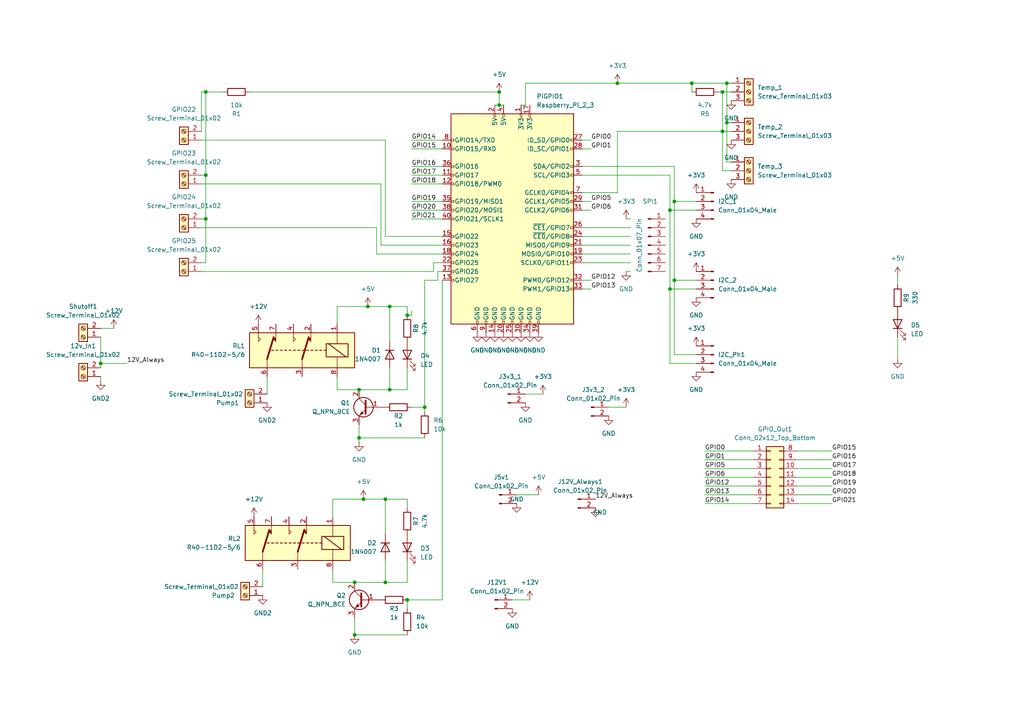
<source format=kicad_sch>
(kicad_sch (version 20230121) (generator eeschema)
  (paper "A4")
  (lib_symbols
    (symbol "+5V_1" (power) (pin_names (offset 0))
      (property "Value" "+5V_1" (at 0 3.556 0))
      (symbol "+5V_1_0_1"
        (polyline (pts (xy -0.762 1.27) (xy 0 2.54)))
        (polyline (pts (xy 0 0) (xy 0 2.54)))
        (polyline (pts (xy 0 2.54) (xy 0.762 1.27)))
      )
      (symbol "+5V_1_1_1"
        (pin power_in line (at 0 0 90) (length 0) hide (name "+5V") (number "1"))
      )
    )
    (symbol "+5V_2" (power) (pin_names (offset 0))
      (property "Value" "+5V_2" (at 0 3.556 0))
      (symbol "+5V_2_0_1"
        (polyline (pts (xy -0.762 1.27) (xy 0 2.54)))
        (polyline (pts (xy 0 0) (xy 0 2.54)))
        (polyline (pts (xy 0 2.54) (xy 0.762 1.27)))
      )
      (symbol "+5V_2_1_1"
        (pin power_in line (at 0 0 90) (length 0) hide (name "+5V") (number "1"))
      )
    )
    (symbol "Connector:Conn_01x02_Pin" (pin_names (offset 1.016) hide)
      (property "Reference" "J" (at 0 2.54 0))
      (property "Value" "Conn_01x02_Pin" (at 0 -5.08 0))
      (symbol "Conn_01x02_Pin_1_1"
        (polyline (pts (xy 1.27 -2.54) (xy 0.8636 -2.54)) (stroke (width 0.1524)))
        (polyline (pts (xy 1.27 0) (xy 0.8636 0)) (stroke (width 0.1524)))
        (rectangle (start 0.8636 -2.413) (end 0 -2.667) (stroke (width 0.1524)) (fill (type outline)))
        (rectangle (start 0.8636 0.127) (end 0 -0.127) (stroke (width 0.1524)) (fill (type outline)))
        (pin passive line (at 5.08 0 180) (length 3.81) (name "Pin_1") (number "1"))
        (pin passive line (at 5.08 -2.54 180) (length 3.81) (name "Pin_2") (number "2"))
      )
    )
    (symbol "Connector:Conn_01x04_Male" (pin_names (offset 1.016) hide)
      (property "Reference" "J" (at 0 5.08 0))
      (property "Value" "Conn_01x04_Male" (at 0 -7.62 0))
      (symbol "Conn_01x04_Male_1_1"
        (polyline (pts (xy 1.27 -5.08) (xy 0.8636 -5.08)) (stroke (width 0.1524)))
        (polyline (pts (xy 1.27 -2.54) (xy 0.8636 -2.54)) (stroke (width 0.1524)))
        (polyline (pts (xy 1.27 0) (xy 0.8636 0)) (stroke (width 0.1524)))
        (polyline (pts (xy 1.27 2.54) (xy 0.8636 2.54)) (stroke (width 0.1524)))
        (rectangle (start 0.8636 -4.953) (end 0 -5.207) (stroke (width 0.1524)) (fill (type outline)))
        (rectangle (start 0.8636 -2.413) (end 0 -2.667) (stroke (width 0.1524)) (fill (type outline)))
        (rectangle (start 0.8636 0.127) (end 0 -0.127) (stroke (width 0.1524)) (fill (type outline)))
        (rectangle (start 0.8636 2.667) (end 0 2.413) (stroke (width 0.1524)) (fill (type outline)))
        (pin passive line (at 5.08 2.54 180) (length 3.81) (name "Pin_1") (number "1"))
        (pin passive line (at 5.08 0 180) (length 3.81) (name "Pin_2") (number "2"))
        (pin passive line (at 5.08 -2.54 180) (length 3.81) (name "Pin_3") (number "3"))
        (pin passive line (at 5.08 -5.08 180) (length 3.81) (name "Pin_4") (number "4"))
      )
    )
    (symbol "Connector:Conn_01x07_Pin" (pin_names (offset 1.016) hide)
      (property "Reference" "J" (at 0 10.16 0))
      (property "Value" "Conn_01x07_Pin" (at 0 -10.16 0))
      (symbol "Conn_01x07_Pin_1_1"
        (polyline (pts (xy 1.27 -7.62) (xy 0.8636 -7.62)) (stroke (width 0.1524)))
        (polyline (pts (xy 1.27 -5.08) (xy 0.8636 -5.08)) (stroke (width 0.1524)))
        (polyline (pts (xy 1.27 -2.54) (xy 0.8636 -2.54)) (stroke (width 0.1524)))
        (polyline (pts (xy 1.27 0) (xy 0.8636 0)) (stroke (width 0.1524)))
        (polyline (pts (xy 1.27 2.54) (xy 0.8636 2.54)) (stroke (width 0.1524)))
        (polyline (pts (xy 1.27 5.08) (xy 0.8636 5.08)) (stroke (width 0.1524)))
        (polyline (pts (xy 1.27 7.62) (xy 0.8636 7.62)) (stroke (width 0.1524)))
        (rectangle (start 0.8636 -7.493) (end 0 -7.747) (stroke (width 0.1524)) (fill (type outline)))
        (rectangle (start 0.8636 -4.953) (end 0 -5.207) (stroke (width 0.1524)) (fill (type outline)))
        (rectangle (start 0.8636 -2.413) (end 0 -2.667) (stroke (width 0.1524)) (fill (type outline)))
        (rectangle (start 0.8636 0.127) (end 0 -0.127) (stroke (width 0.1524)) (fill (type outline)))
        (rectangle (start 0.8636 2.667) (end 0 2.413) (stroke (width 0.1524)) (fill (type outline)))
        (rectangle (start 0.8636 5.207) (end 0 4.953) (stroke (width 0.1524)) (fill (type outline)))
        (rectangle (start 0.8636 7.747) (end 0 7.493) (stroke (width 0.1524)) (fill (type outline)))
        (pin passive line (at 5.08 7.62 180) (length 3.81) (name "Pin_1") (number "1"))
        (pin passive line (at 5.08 5.08 180) (length 3.81) (name "Pin_2") (number "2"))
        (pin passive line (at 5.08 2.54 180) (length 3.81) (name "Pin_3") (number "3"))
        (pin passive line (at 5.08 0 180) (length 3.81) (name "Pin_4") (number "4"))
        (pin passive line (at 5.08 -2.54 180) (length 3.81) (name "Pin_5") (number "5"))
        (pin passive line (at 5.08 -5.08 180) (length 3.81) (name "Pin_6") (number "6"))
        (pin passive line (at 5.08 -7.62 180) (length 3.81) (name "Pin_7") (number "7"))
      )
    )
    (symbol "Connector:Raspberry_Pi_2_3" (pin_names (offset 1.016))
      (property "Reference" "J" (at -17.78 31.75 0))
      (property "Value" "Raspberry_Pi_2_3" (at 10.16 -31.75 0))
      (symbol "Raspberry_Pi_2_3_0_1"
        (rectangle (start -17.78 30.48) (end 17.78 -30.48) (stroke (width 0.254)) (fill (type background)))
      )
      (symbol "Raspberry_Pi_2_3_1_1"
        (rectangle (start -16.891 -17.526) (end -17.78 -18.034))
        (rectangle (start -16.891 -14.986) (end -17.78 -15.494))
        (rectangle (start -16.891 -12.446) (end -17.78 -12.954))
        (rectangle (start -16.891 -9.906) (end -17.78 -10.414))
        (rectangle (start -16.891 -7.366) (end -17.78 -7.874))
        (rectangle (start -16.891 -4.826) (end -17.78 -5.334))
        (rectangle (start -16.891 0.254) (end -17.78 -0.254))
        (rectangle (start -16.891 2.794) (end -17.78 2.286))
        (rectangle (start -16.891 5.334) (end -17.78 4.826))
        (rectangle (start -16.891 10.414) (end -17.78 9.906))
        (rectangle (start -16.891 12.954) (end -17.78 12.446))
        (rectangle (start -16.891 15.494) (end -17.78 14.986))
        (rectangle (start -16.891 20.574) (end -17.78 20.066))
        (rectangle (start -16.891 23.114) (end -17.78 22.606))
        (rectangle (start -10.414 -29.591) (end -9.906 -30.48))
        (rectangle (start -7.874 -29.591) (end -7.366 -30.48))
        (rectangle (start -5.334 -29.591) (end -4.826 -30.48))
        (rectangle (start -5.334 30.48) (end -4.826 29.591))
        (rectangle (start -2.794 -29.591) (end -2.286 -30.48))
        (rectangle (start -2.794 30.48) (end -2.286 29.591))
        (rectangle (start -0.254 -29.591) (end 0.254 -30.48))
        (rectangle (start 2.286 -29.591) (end 2.794 -30.48))
        (rectangle (start 2.286 30.48) (end 2.794 29.591))
        (rectangle (start 4.826 -29.591) (end 5.334 -30.48))
        (rectangle (start 4.826 30.48) (end 5.334 29.591))
        (rectangle (start 7.366 -29.591) (end 7.874 -30.48))
        (rectangle (start 17.78 -20.066) (end 16.891 -20.574))
        (rectangle (start 17.78 -17.526) (end 16.891 -18.034))
        (rectangle (start 17.78 -12.446) (end 16.891 -12.954))
        (rectangle (start 17.78 -9.906) (end 16.891 -10.414))
        (rectangle (start 17.78 -7.366) (end 16.891 -7.874))
        (rectangle (start 17.78 -4.826) (end 16.891 -5.334))
        (rectangle (start 17.78 -2.286) (end 16.891 -2.794))
        (rectangle (start 17.78 2.794) (end 16.891 2.286))
        (rectangle (start 17.78 5.334) (end 16.891 4.826))
        (rectangle (start 17.78 7.874) (end 16.891 7.366))
        (rectangle (start 17.78 12.954) (end 16.891 12.446))
        (rectangle (start 17.78 15.494) (end 16.891 14.986))
        (rectangle (start 17.78 20.574) (end 16.891 20.066))
        (rectangle (start 17.78 23.114) (end 16.891 22.606))
        (pin power_in line (at 2.54 33.02 270) (length 2.54) (name "3V3") (number "1"))
        (pin bidirectional line (at -20.32 20.32 0) (length 2.54) (name "GPIO15/RXD") (number "10"))
        (pin bidirectional line (at -20.32 12.7 0) (length 2.54) (name "GPIO17") (number "11"))
        (pin bidirectional line (at -20.32 10.16 0) (length 2.54) (name "GPIO18/PWM0") (number "12"))
        (pin bidirectional line (at -20.32 -17.78 0) (length 2.54) (name "GPIO27") (number "13"))
        (pin power_in line (at -5.08 -33.02 90) (length 2.54) (name "GND") (number "14"))
        (pin bidirectional line (at -20.32 -5.08 0) (length 2.54) (name "GPIO22") (number "15"))
        (pin bidirectional line (at -20.32 -7.62 0) (length 2.54) (name "GPIO23") (number "16"))
        (pin power_in line (at 5.08 33.02 270) (length 2.54) (name "3V3") (number "17"))
        (pin bidirectional line (at -20.32 -10.16 0) (length 2.54) (name "GPIO24") (number "18"))
        (pin bidirectional line (at 20.32 -10.16 180) (length 2.54) (name "MOSI0/GPIO10") (number "19"))
        (pin power_in line (at -5.08 33.02 270) (length 2.54) (name "5V") (number "2"))
        (pin power_in line (at -2.54 -33.02 90) (length 2.54) (name "GND") (number "20"))
        (pin bidirectional line (at 20.32 -7.62 180) (length 2.54) (name "MISO0/GPIO9") (number "21"))
        (pin bidirectional line (at -20.32 -12.7 0) (length 2.54) (name "GPIO25") (number "22"))
        (pin bidirectional line (at 20.32 -12.7 180) (length 2.54) (name "SCLK0/GPIO11") (number "23"))
        (pin bidirectional line (at 20.32 -5.08 180) (length 2.54) (name "~{CE0}/GPIO8") (number "24"))
        (pin power_in line (at 0 -33.02 90) (length 2.54) (name "GND") (number "25"))
        (pin bidirectional line (at 20.32 -2.54 180) (length 2.54) (name "~{CE1}/GPIO7") (number "26"))
        (pin bidirectional line (at 20.32 22.86 180) (length 2.54) (name "ID_SD/GPIO0") (number "27"))
        (pin bidirectional line (at 20.32 20.32 180) (length 2.54) (name "ID_SC/GPIO1") (number "28"))
        (pin bidirectional line (at 20.32 5.08 180) (length 2.54) (name "GCLK1/GPIO5") (number "29"))
        (pin bidirectional line (at 20.32 15.24 180) (length 2.54) (name "SDA/GPIO2") (number "3"))
        (pin power_in line (at 2.54 -33.02 90) (length 2.54) (name "GND") (number "30"))
        (pin bidirectional line (at 20.32 2.54 180) (length 2.54) (name "GCLK2/GPIO6") (number "31"))
        (pin bidirectional line (at 20.32 -17.78 180) (length 2.54) (name "PWM0/GPIO12") (number "32"))
        (pin bidirectional line (at 20.32 -20.32 180) (length 2.54) (name "PWM1/GPIO13") (number "33"))
        (pin power_in line (at 5.08 -33.02 90) (length 2.54) (name "GND") (number "34"))
        (pin bidirectional line (at -20.32 5.08 0) (length 2.54) (name "GPIO19/MISO1") (number "35"))
        (pin bidirectional line (at -20.32 15.24 0) (length 2.54) (name "GPIO16") (number "36"))
        (pin bidirectional line (at -20.32 -15.24 0) (length 2.54) (name "GPIO26") (number "37"))
        (pin bidirectional line (at -20.32 2.54 0) (length 2.54) (name "GPIO20/MOSI1") (number "38"))
        (pin power_in line (at 7.62 -33.02 90) (length 2.54) (name "GND") (number "39"))
        (pin power_in line (at -2.54 33.02 270) (length 2.54) (name "5V") (number "4"))
        (pin bidirectional line (at -20.32 0 0) (length 2.54) (name "GPIO21/SCLK1") (number "40"))
        (pin bidirectional line (at 20.32 12.7 180) (length 2.54) (name "SCL/GPIO3") (number "5"))
        (pin power_in line (at -10.16 -33.02 90) (length 2.54) (name "GND") (number "6"))
        (pin bidirectional line (at 20.32 7.62 180) (length 2.54) (name "GCLK0/GPIO4") (number "7"))
        (pin bidirectional line (at -20.32 22.86 0) (length 2.54) (name "GPIO14/TXD") (number "8"))
        (pin power_in line (at -7.62 -33.02 90) (length 2.54) (name "GND") (number "9"))
      )
    )
    (symbol "Connector:Screw_Terminal_01x02" (pin_names (offset 1.016) hide)
      (property "Reference" "J" (at 0 2.54 0))
      (property "Value" "Screw_Terminal_01x02" (at 0 -5.08 0))
      (symbol "Screw_Terminal_01x02_1_1"
        (rectangle (start -1.27 1.27) (end 1.27 -3.81) (stroke (width 0.254)) (fill (type background)))
        (circle (center 0 -2.54) (radius 0.635) (stroke (width 0.1524)))
        (polyline (pts (xy -0.5334 -2.2098) (xy 0.3302 -3.048)) (stroke (width 0.1524)))
        (polyline (pts (xy -0.5334 0.3302) (xy 0.3302 -0.508)) (stroke (width 0.1524)))
        (polyline (pts (xy -0.3556 -2.032) (xy 0.508 -2.8702)) (stroke (width 0.1524)))
        (polyline (pts (xy -0.3556 0.508) (xy 0.508 -0.3302)) (stroke (width 0.1524)))
        (circle (center 0 0) (radius 0.635) (stroke (width 0.1524)))
        (pin passive line (at -5.08 0 0) (length 3.81) (name "Pin_1") (number "1"))
        (pin passive line (at -5.08 -2.54 0) (length 3.81) (name "Pin_2") (number "2"))
      )
    )
    (symbol "Connector:Screw_Terminal_01x03" (pin_names (offset 1.016) hide)
      (property "Reference" "J" (at 0 5.08 0))
      (property "Value" "Screw_Terminal_01x03" (at 0 -5.08 0))
      (symbol "Screw_Terminal_01x03_1_1"
        (rectangle (start -1.27 3.81) (end 1.27 -3.81) (stroke (width 0.254)) (fill (type background)))
        (circle (center 0 -2.54) (radius 0.635) (stroke (width 0.1524)))
        (polyline (pts (xy -0.5334 -2.2098) (xy 0.3302 -3.048)) (stroke (width 0.1524)))
        (polyline (pts (xy -0.5334 0.3302) (xy 0.3302 -0.508)) (stroke (width 0.1524)))
        (polyline (pts (xy -0.5334 2.8702) (xy 0.3302 2.032)) (stroke (width 0.1524)))
        (polyline (pts (xy -0.3556 -2.032) (xy 0.508 -2.8702)) (stroke (width 0.1524)))
        (polyline (pts (xy -0.3556 0.508) (xy 0.508 -0.3302)) (stroke (width 0.1524)))
        (polyline (pts (xy -0.3556 3.048) (xy 0.508 2.2098)) (stroke (width 0.1524)))
        (circle (center 0 0) (radius 0.635) (stroke (width 0.1524)))
        (circle (center 0 2.54) (radius 0.635) (stroke (width 0.1524)))
        (pin passive line (at -5.08 2.54 0) (length 3.81) (name "Pin_1") (number "1"))
        (pin passive line (at -5.08 0 0) (length 3.81) (name "Pin_2") (number "2"))
        (pin passive line (at -5.08 -2.54 0) (length 3.81) (name "Pin_3") (number "3"))
      )
    )
    (symbol "Connector_Generic:Conn_02x07_Top_Bottom" (pin_names (offset 1.016) hide)
      (property "Reference" "J" (at 1.27 10.16 0))
      (property "Value" "Conn_02x07_Top_Bottom" (at 1.27 -10.16 0))
      (symbol "Conn_02x07_Top_Bottom_1_1"
        (rectangle (start -1.27 -7.493) (end 0 -7.747) (stroke (width 0.1524)))
        (rectangle (start -1.27 -4.953) (end 0 -5.207) (stroke (width 0.1524)))
        (rectangle (start -1.27 -2.413) (end 0 -2.667) (stroke (width 0.1524)))
        (rectangle (start -1.27 0.127) (end 0 -0.127) (stroke (width 0.1524)))
        (rectangle (start -1.27 2.667) (end 0 2.413) (stroke (width 0.1524)))
        (rectangle (start -1.27 5.207) (end 0 4.953) (stroke (width 0.1524)))
        (rectangle (start -1.27 7.747) (end 0 7.493) (stroke (width 0.1524)))
        (rectangle (start -1.27 8.89) (end 3.81 -8.89) (stroke (width 0.254)) (fill (type background)))
        (rectangle (start 3.81 -7.493) (end 2.54 -7.747) (stroke (width 0.1524)))
        (rectangle (start 3.81 -4.953) (end 2.54 -5.207) (stroke (width 0.1524)))
        (rectangle (start 3.81 -2.413) (end 2.54 -2.667) (stroke (width 0.1524)))
        (rectangle (start 3.81 0.127) (end 2.54 -0.127) (stroke (width 0.1524)))
        (rectangle (start 3.81 2.667) (end 2.54 2.413) (stroke (width 0.1524)))
        (rectangle (start 3.81 5.207) (end 2.54 4.953) (stroke (width 0.1524)))
        (rectangle (start 3.81 7.747) (end 2.54 7.493) (stroke (width 0.1524)))
        (pin passive line (at -5.08 7.62 0) (length 3.81) (name "Pin_1") (number "1"))
        (pin passive line (at 7.62 2.54 180) (length 3.81) (name "Pin_10") (number "10"))
        (pin passive line (at 7.62 0 180) (length 3.81) (name "Pin_11") (number "11"))
        (pin passive line (at 7.62 -2.54 180) (length 3.81) (name "Pin_12") (number "12"))
        (pin passive line (at 7.62 -5.08 180) (length 3.81) (name "Pin_13") (number "13"))
        (pin passive line (at 7.62 -7.62 180) (length 3.81) (name "Pin_14") (number "14"))
        (pin passive line (at -5.08 5.08 0) (length 3.81) (name "Pin_2") (number "2"))
        (pin passive line (at -5.08 2.54 0) (length 3.81) (name "Pin_3") (number "3"))
        (pin passive line (at -5.08 0 0) (length 3.81) (name "Pin_4") (number "4"))
        (pin passive line (at -5.08 -2.54 0) (length 3.81) (name "Pin_5") (number "5"))
        (pin passive line (at -5.08 -5.08 0) (length 3.81) (name "Pin_6") (number "6"))
        (pin passive line (at -5.08 -7.62 0) (length 3.81) (name "Pin_7") (number "7"))
        (pin passive line (at 7.62 7.62 180) (length 3.81) (name "Pin_8") (number "8"))
        (pin passive line (at 7.62 5.08 180) (length 3.81) (name "Pin_9") (number "9"))
      )
    )
    (symbol "Device:LED" (pin_numbers hide) (pin_names (offset 1.016) hide)
      (property "Reference" "D" (at 0 2.54 0))
      (property "Value" "LED" (at 0 -2.54 0))
      (symbol "LED_0_1"
        (polyline (pts (xy -1.27 -1.27) (xy -1.27 1.27)) (stroke (width 0.254)))
        (polyline (pts (xy -1.27 0) (xy 1.27 0)))
        (polyline (pts (xy 1.27 -1.27) (xy 1.27 1.27) (xy -1.27 0) (xy 1.27 -1.27)) (stroke (width 0.254)))
        (polyline (pts (xy -3.048 -0.762) (xy -4.572 -2.286) (xy -3.81 -2.286) (xy -4.572 -2.286) (xy -4.572 -1.524)))
        (polyline (pts (xy -1.778 -0.762) (xy -3.302 -2.286) (xy -2.54 -2.286) (xy -3.302 -2.286) (xy -3.302 -1.524)))
      )
      (symbol "LED_1_1"
        (pin passive line (at -3.81 0 0) (length 2.54) (name "K") (number "1"))
        (pin passive line (at 3.81 0 180) (length 2.54) (name "A") (number "2"))
      )
    )
    (symbol "Device:Q_NPN_BCE" (pin_names (offset 0) hide)
      (property "Reference" "Q" (at 5.08 1.27 0))
      (property "Value" "Q_NPN_BCE" (at 5.08 -1.27 0))
      (symbol "Q_NPN_BCE_0_1"
        (polyline (pts (xy 0.635 0.635) (xy 2.54 2.54)))
        (polyline (pts (xy 0.635 -0.635) (xy 2.54 -2.54) (xy 2.54 -2.54)))
        (polyline (pts (xy 0.635 1.905) (xy 0.635 -1.905) (xy 0.635 -1.905)) (stroke (width 0.508)))
        (polyline (pts (xy 1.27 -1.778) (xy 1.778 -1.27) (xy 2.286 -2.286) (xy 1.27 -1.778) (xy 1.27 -1.778)) (fill (type outline)))
        (circle (center 1.27 0) (radius 2.8194) (stroke (width 0.254)))
      )
      (symbol "Q_NPN_BCE_1_1"
        (pin input line (at -5.08 0 0) (length 5.715) (name "B") (number "1"))
        (pin passive line (at 2.54 5.08 270) (length 2.54) (name "C") (number "2"))
        (pin passive line (at 2.54 -5.08 90) (length 2.54) (name "E") (number "3"))
      )
    )
    (symbol "Device:R" (pin_numbers hide) (pin_names (offset 0))
      (property "Reference" "R" (at 2.032 0 90))
      (property "Value" "R" (at 0 0 90))
      (symbol "R_0_1"
        (rectangle (start -1.016 -2.54) (end 1.016 2.54) (stroke (width 0.254)))
      )
      (symbol "R_1_1"
        (pin passive line (at 0 3.81 270) (length 1.27) (name "~") (number "1"))
        (pin passive line (at 0 -3.81 90) (length 1.27) (name "~") (number "2"))
      )
    )
    (symbol "Diode:1N4007" (pin_numbers hide) (pin_names hide)
      (property "Reference" "D" (at 0 2.54 0))
      (property "Value" "1N4007" (at 0 -2.54 0))
      (symbol "1N4007_0_1"
        (polyline (pts (xy -1.27 1.27) (xy -1.27 -1.27)) (stroke (width 0.254)))
        (polyline (pts (xy 1.27 0) (xy -1.27 0)))
        (polyline (pts (xy 1.27 1.27) (xy 1.27 -1.27) (xy -1.27 0) (xy 1.27 1.27)) (stroke (width 0.254)))
      )
      (symbol "1N4007_1_1"
        (pin passive line (at -3.81 0 0) (length 2.54) (name "K") (number "1"))
        (pin passive line (at 3.81 0 180) (length 2.54) (name "A") (number "2"))
      )
    )
    (symbol "GND_1" (power) (pin_names (offset 0))
      (property "Value" "GND_1" (at 0 -3.81 0))
      (symbol "GND_1_0_1"
        (polyline (pts (xy 0 0) (xy 0 -1.27) (xy 1.27 -1.27) (xy 0 -2.54) (xy -1.27 -1.27) (xy 0 -1.27)))
      )
      (symbol "GND_1_1_1"
        (pin power_in line (at 0 0 270) (length 0) hide (name "GND") (number "1"))
      )
    )
    (symbol "GND_2" (power) (pin_names (offset 0))
      (property "Value" "GND_2" (at 0 -3.81 0))
      (symbol "GND_2_0_1"
        (polyline (pts (xy 0 0) (xy 0 -1.27) (xy 1.27 -1.27) (xy 0 -2.54) (xy -1.27 -1.27) (xy 0 -1.27)))
      )
      (symbol "GND_2_1_1"
        (pin power_in line (at 0 0 270) (length 0) hide (name "GND") (number "1"))
      )
    )
    (symbol "GND_4" (power) (pin_names (offset 0))
      (property "Value" "GND_4" (at 0 -3.81 0))
      (symbol "GND_4_0_1"
        (polyline (pts (xy 0 0) (xy 0 -1.27) (xy 1.27 -1.27) (xy 0 -2.54) (xy -1.27 -1.27) (xy 0 -1.27)))
      )
      (symbol "GND_4_1_1"
        (pin power_in line (at 0 0 270) (length 0) hide (name "GND") (number "1"))
      )
    )
    (symbol "Relay:G2RL-24-DC5"
      (property "Reference" "RL" (at 16.51 3.81 0))
      (property "Value" "G2RL-24-DC5" (at 16.51 1.27 0))
      (symbol "G2RL-24-DC5_0_1"
        (rectangle (start -15.24 5.08) (end 15.24 -5.08) (stroke (width 0.254)) (fill (type background)))
        (rectangle (start -13.335 1.905) (end -6.985 -1.905) (stroke (width 0.254)))
        (polyline (pts (xy -12.7 -1.905) (xy -7.62 1.905)) (stroke (width 0.254)))
        (polyline (pts (xy -10.16 -5.08) (xy -10.16 -1.905)))
        (polyline (pts (xy -10.16 5.08) (xy -10.16 1.905)))
        (polyline (pts (xy -6.985 0) (xy -6.35 0)) (stroke (width 0.254)))
        (polyline (pts (xy -5.715 0) (xy -5.08 0)) (stroke (width 0.254)))
        (polyline (pts (xy -4.445 0) (xy -3.81 0)) (stroke (width 0.254)))
        (polyline (pts (xy -3.175 0) (xy -2.54 0)) (stroke (width 0.254)))
        (polyline (pts (xy -1.905 0) (xy -1.27 0)) (stroke (width 0.254)))
        (polyline (pts (xy -0.635 0) (xy 0 0)) (stroke (width 0.254)))
        (polyline (pts (xy 0 -2.54) (xy -1.905 3.81)) (stroke (width 0.508)))
        (polyline (pts (xy 0 -2.54) (xy 0 -5.08)))
        (polyline (pts (xy 0.635 0) (xy 1.27 0)) (stroke (width 0.254)))
        (polyline (pts (xy 1.905 0) (xy 2.54 0)) (stroke (width 0.254)))
        (polyline (pts (xy 3.175 0) (xy 3.81 0)) (stroke (width 0.254)))
        (polyline (pts (xy 4.445 0) (xy 5.08 0)) (stroke (width 0.254)))
        (polyline (pts (xy 5.715 0) (xy 6.35 0)) (stroke (width 0.254)))
        (polyline (pts (xy 6.985 0) (xy 7.62 0)) (stroke (width 0.254)))
        (polyline (pts (xy 8.255 0) (xy 8.89 0)) (stroke (width 0.254)))
        (polyline (pts (xy 10.16 -2.54) (xy 8.255 3.81)) (stroke (width 0.508)))
        (polyline (pts (xy 10.16 -2.54) (xy 10.16 -5.08)))
        (polyline (pts (xy -2.54 5.08) (xy -2.54 2.54) (xy -1.905 3.175) (xy -2.54 3.81)) (fill (type outline)))
        (polyline (pts (xy 2.54 5.08) (xy 2.54 2.54) (xy 1.905 3.175) (xy 2.54 3.81)))
        (polyline (pts (xy 7.62 5.08) (xy 7.62 2.54) (xy 8.255 3.175) (xy 7.62 3.81)) (fill (type outline)))
        (polyline (pts (xy 12.7 5.08) (xy 12.7 2.54) (xy 12.065 3.175) (xy 12.7 3.81)))
      )
      (symbol "G2RL-24-DC5_1_1"
        (pin passive line (at -10.16 7.62 270) (length 2.54) (name "~") (number "1"))
        (pin passive line (at -2.54 7.62 270) (length 2.54) (name "~") (number "2"))
        (pin passive line (at 0 -7.62 90) (length 2.54) (name "~") (number "3"))
        (pin passive line (at 2.54 7.62 270) (length 2.54) (name "~") (number "4"))
        (pin passive line (at 12.7 7.62 270) (length 2.54) (name "~") (number "5"))
        (pin passive line (at 10.16 -7.62 90) (length 2.54) (name "~") (number "6"))
        (pin passive line (at 7.62 7.62 270) (length 2.54) (name "~") (number "7"))
        (pin passive line (at -10.16 -7.62 90) (length 2.54) (name "~") (number "8"))
      )
    )
    (symbol "power:+12V" (power) (pin_names (offset 0))
      (property "Value" "+12V" (at 0 3.556 0))
      (symbol "+12V_0_1"
        (polyline (pts (xy -0.762 1.27) (xy 0 2.54)))
        (polyline (pts (xy 0 0) (xy 0 2.54)))
        (polyline (pts (xy 0 2.54) (xy 0.762 1.27)))
      )
      (symbol "+12V_1_1"
        (pin power_in line (at 0 0 90) (length 0) hide (name "+12V") (number "1"))
      )
    )
    (symbol "power:+3V3" (power) (pin_names (offset 0))
      (property "Value" "+3V3" (at 0 3.556 0))
      (symbol "+3V3_0_1"
        (polyline (pts (xy -0.762 1.27) (xy 0 2.54)))
        (polyline (pts (xy 0 0) (xy 0 2.54)))
        (polyline (pts (xy 0 2.54) (xy 0.762 1.27)))
      )
      (symbol "+3V3_1_1"
        (pin power_in line (at 0 0 90) (length 0) hide (name "+3V3") (number "1"))
      )
    )
    (symbol "power:+5V" (power) (pin_names (offset 0))
      (property "Value" "+5V" (at 0 3.556 0))
      (symbol "+5V_0_1"
        (polyline (pts (xy -0.762 1.27) (xy 0 2.54)))
        (polyline (pts (xy 0 0) (xy 0 2.54)))
        (polyline (pts (xy 0 2.54) (xy 0.762 1.27)))
      )
      (symbol "+5V_1_1"
        (pin power_in line (at 0 0 90) (length 0) hide (name "+5V") (number "1"))
      )
    )
    (symbol "power:GND" (power) (pin_names (offset 0))
      (property "Value" "GND" (at 0 -3.81 0))
      (symbol "GND_0_1"
        (polyline (pts (xy 0 0) (xy 0 -1.27) (xy 1.27 -1.27) (xy 0 -2.54) (xy -1.27 -1.27) (xy 0 -1.27)))
      )
      (symbol "GND_1_1"
        (pin power_in line (at 0 0 270) (length 0) hide (name "GND") (number "1"))
      )
    )
    (symbol "power:GND2" (power) (pin_names (offset 0))
      (property "Value" "GND2" (at 0 -3.81 0))
      (symbol "GND2_0_1"
        (polyline (pts (xy 0 0) (xy 0 -1.27) (xy 1.27 -1.27) (xy 0 -2.54) (xy -1.27 -1.27) (xy 0 -1.27)))
      )
      (symbol "GND2_1_1"
        (pin power_in line (at 0 0 270) (length 0) hide (name "GND2") (number "1"))
      )
    )
  )
  (junction (at 195.58 58.42))
  (junction (at 104.14 113.03))
  (junction (at 194.31 83.82))
  (junction (at 111.76 144.78))
  (junction (at 195.58 81.28))
  (junction (at 59.69 63.5))
  (junction (at 111.76 168.91))
  (junction (at 104.14 127))
  (junction (at 209.55 38.1))
  (junction (at 59.69 50.8))
  (junction (at 209.55 26.67))
  (junction (at 106.68 88.9))
  (junction (at 210.82 24.13))
  (junction (at 102.87 184.15))
  (junction (at 118.11 91.44))
  (junction (at 194.31 60.96))
  (junction (at 105.41 144.78))
  (junction (at 179.07 24.13))
  (junction (at 123.19 118.11))
  (junction (at 113.03 113.03))
  (junction (at 59.69 26.67))
  (junction (at 29.21 105.41))
  (junction (at 210.82 35.56))
  (junction (at 144.78 26.67))
  (junction (at 113.03 88.9))
  (junction (at 118.11 173.99))
  (junction (at 200.66 24.13))
  (junction (at 144.78 30.48))
  (junction (at 102.87 168.91))
  (wire (pts (xy 67.31 158.75) (xy 67.31 160.02)))
  (wire (pts (xy 119.38 48.26) (xy 128.27 48.26)))
  (wire (pts (xy 168.91 83.82) (xy 171.45 83.82)))
  (wire (pts (xy 76.2 165.1) (xy 76.2 170.18)))
  (wire (pts (xy 59.69 76.2) (xy 58.42 76.2)))
  (wire (pts (xy 182.88 63.5) (xy 181.61 63.5)))
  (wire (pts (xy 119.38 118.11) (xy 123.19 118.11)))
  (wire (pts (xy 208.28 26.67) (xy 209.55 26.67)))
  (wire (pts (xy 210.82 35.56) (xy 212.09 35.56)))
  (wire (pts (xy 168.91 71.12) (xy 182.88 71.12)))
  (wire (pts (xy 195.58 58.42) (xy 195.58 81.28)))
  (wire (pts (xy 179.07 38.1) (xy 179.07 55.88)))
  (wire (pts (xy 113.03 88.9) (xy 106.68 88.9)))
  (wire (pts (xy 59.69 50.8) (xy 59.69 63.5)))
  (wire (pts (xy 194.31 50.8) (xy 194.31 60.96)))
  (wire (pts (xy 209.55 49.53) (xy 212.09 49.53)))
  (wire (pts (xy 200.66 24.13) (xy 210.82 24.13)))
  (wire (pts (xy 58.42 53.34) (xy 110.49 53.34)))
  (wire (pts (xy 123.19 118.11) (xy 123.19 119.38)))
  (wire (pts (xy 194.31 60.96) (xy 194.31 83.82)))
  (wire (pts (xy 128.27 81.28) (xy 128.27 173.99)))
  (wire (pts (xy 118.11 144.78) (xy 111.76 144.78)))
  (wire (pts (xy 59.69 26.67) (xy 59.69 50.8)))
  (wire (pts (xy 59.69 26.67) (xy 64.77 26.67)))
  (wire (pts (xy 157.48 114.3) (xy 152.4 114.3)))
  (wire (pts (xy 144.78 30.48) (xy 146.05 30.48)))
  (wire (pts (xy 109.22 66.04) (xy 109.22 73.66)))
  (wire (pts (xy 104.14 127) (xy 104.14 128.27)))
  (wire (pts (xy 204.47 133.35) (xy 218.44 133.35)))
  (wire (pts (xy 195.58 81.28) (xy 195.58 102.87)))
  (wire (pts (xy 195.58 81.28) (xy 201.93 81.28)))
  (wire (pts (xy 231.14 135.89) (xy 241.3 135.89)))
  (wire (pts (xy 29.21 97.79) (xy 29.21 105.41)))
  (wire (pts (xy 102.87 179.07) (xy 102.87 184.15)))
  (wire (pts (xy 168.91 40.64) (xy 171.45 40.64)))
  (wire (pts (xy 113.03 99.06) (xy 113.03 88.9)))
  (wire (pts (xy 125.73 76.2) (xy 128.27 76.2)))
  (wire (pts (xy 106.68 88.9) (xy 97.79 88.9)))
  (wire (pts (xy 96.52 165.1) (xy 96.52 168.91)))
  (wire (pts (xy 58.42 26.67) (xy 58.42 38.1)))
  (wire (pts (xy 231.14 140.97) (xy 241.3 140.97)))
  (wire (pts (xy 97.79 109.22) (xy 97.79 113.03)))
  (wire (pts (xy 168.91 60.96) (xy 171.45 60.96)))
  (wire (pts (xy 111.76 144.78) (xy 105.41 144.78)))
  (wire (pts (xy 58.42 66.04) (xy 109.22 66.04)))
  (wire (pts (xy 118.11 113.03) (xy 118.11 106.68)))
  (wire (pts (xy 119.38 50.8) (xy 128.27 50.8)))
  (wire (pts (xy 168.91 50.8) (xy 194.31 50.8)))
  (wire (pts (xy 195.58 58.42) (xy 201.93 58.42)))
  (wire (pts (xy 204.47 143.51) (xy 218.44 143.51)))
  (wire (pts (xy 77.47 109.22) (xy 77.47 114.3)))
  (wire (pts (xy 204.47 130.81) (xy 218.44 130.81)))
  (wire (pts (xy 29.21 95.25) (xy 33.02 95.25)))
  (wire (pts (xy 179.07 24.13) (xy 200.66 24.13)))
  (wire (pts (xy 128.27 78.74) (xy 127 78.74)))
  (wire (pts (xy 209.55 26.67) (xy 209.55 38.1)))
  (wire (pts (xy 143.51 30.48) (xy 144.78 30.48)))
  (wire (pts (xy 231.14 133.35) (xy 241.3 133.35)))
  (wire (pts (xy 111.76 168.91) (xy 118.11 168.91)))
  (wire (pts (xy 168.91 66.04) (xy 182.88 66.04)))
  (wire (pts (xy 36.83 105.41) (xy 29.21 105.41)))
  (wire (pts (xy 204.47 140.97) (xy 218.44 140.97)))
  (wire (pts (xy 119.38 60.96) (xy 128.27 60.96)))
  (wire (pts (xy 119.38 58.42) (xy 128.27 58.42)))
  (wire (pts (xy 113.03 106.68) (xy 113.03 113.03)))
  (wire (pts (xy 119.38 53.34) (xy 128.27 53.34)))
  (wire (pts (xy 231.14 146.05) (xy 241.3 146.05)))
  (wire (pts (xy 156.21 143.51) (xy 149.86 143.51)))
  (wire (pts (xy 152.4 24.13) (xy 152.4 30.48)))
  (wire (pts (xy 168.91 43.18) (xy 171.45 43.18)))
  (wire (pts (xy 168.91 81.28) (xy 171.45 81.28)))
  (wire (pts (xy 118.11 91.44) (xy 118.11 88.9)))
  (wire (pts (xy 168.91 76.2) (xy 182.88 76.2)))
  (wire (pts (xy 200.66 24.13) (xy 200.66 26.67)))
  (wire (pts (xy 102.87 184.15) (xy 118.11 184.15)))
  (wire (pts (xy 210.82 24.13) (xy 212.09 24.13)))
  (wire (pts (xy 111.76 154.94) (xy 111.76 144.78)))
  (wire (pts (xy 29.21 105.41) (xy 29.21 106.68)))
  (wire (pts (xy 104.14 113.03) (xy 97.79 113.03)))
  (wire (pts (xy 119.38 63.5) (xy 128.27 63.5)))
  (wire (pts (xy 168.91 73.66) (xy 182.88 73.66)))
  (wire (pts (xy 204.47 146.05) (xy 218.44 146.05)))
  (wire (pts (xy 118.11 147.32) (xy 118.11 144.78)))
  (wire (pts (xy 195.58 48.26) (xy 195.58 58.42)))
  (wire (pts (xy 231.14 143.51) (xy 241.3 143.51)))
  (wire (pts (xy 182.88 78.74) (xy 181.61 78.74)))
  (wire (pts (xy 127 78.74) (xy 127 81.28)))
  (wire (pts (xy 194.31 83.82) (xy 201.93 83.82)))
  (wire (pts (xy 194.31 105.41) (xy 201.93 105.41)))
  (wire (pts (xy 119.38 40.64) (xy 128.27 40.64)))
  (wire (pts (xy 119.38 90.17) (xy 119.38 91.44)))
  (wire (pts (xy 209.55 38.1) (xy 179.07 38.1)))
  (wire (pts (xy 231.14 138.43) (xy 241.3 138.43)))
  (wire (pts (xy 59.69 63.5) (xy 58.42 63.5)))
  (wire (pts (xy 109.22 73.66) (xy 128.27 73.66)))
  (wire (pts (xy 123.19 81.28) (xy 127 81.28)))
  (wire (pts (xy 118.11 173.99) (xy 128.27 173.99)))
  (wire (pts (xy 125.73 78.74) (xy 125.73 76.2)))
  (wire (pts (xy 104.14 113.03) (xy 113.03 113.03)))
  (wire (pts (xy 29.21 109.22) (xy 29.21 110.49)))
  (wire (pts (xy 102.87 168.91) (xy 111.76 168.91)))
  (wire (pts (xy 209.55 38.1) (xy 212.09 38.1)))
  (wire (pts (xy 209.55 38.1) (xy 209.55 49.53)))
  (wire (pts (xy 102.87 168.91) (xy 96.52 168.91)))
  (wire (pts (xy 144.78 26.67) (xy 144.78 30.48)))
  (wire (pts (xy 152.4 24.13) (xy 179.07 24.13)))
  (wire (pts (xy 118.11 168.91) (xy 118.11 162.56)))
  (wire (pts (xy 97.79 88.9) (xy 97.79 93.98)))
  (wire (pts (xy 210.82 24.13) (xy 210.82 35.56)))
  (wire (pts (xy 209.55 26.67) (xy 212.09 26.67)))
  (wire (pts (xy 195.58 102.87) (xy 201.93 102.87)))
  (wire (pts (xy 231.14 130.81) (xy 241.3 130.81)))
  (wire (pts (xy 181.61 118.11) (xy 176.53 118.11)))
  (wire (pts (xy 260.35 104.14) (xy 260.35 97.79)))
  (wire (pts (xy 123.19 118.11) (xy 123.19 81.28)))
  (wire (pts (xy 119.38 91.44) (xy 118.11 91.44)))
  (wire (pts (xy 96.52 144.78) (xy 96.52 149.86)))
  (wire (pts (xy 110.49 71.12) (xy 128.27 71.12)))
  (wire (pts (xy 260.35 82.55) (xy 260.35 80.01)))
  (wire (pts (xy 72.39 26.67) (xy 144.78 26.67)))
  (wire (pts (xy 104.14 127) (xy 123.19 127)))
  (wire (pts (xy 105.41 144.78) (xy 96.52 144.78)))
  (wire (pts (xy 168.91 48.26) (xy 195.58 48.26)))
  (wire (pts (xy 153.67 173.99) (xy 148.59 173.99)))
  (wire (pts (xy 59.69 50.8) (xy 58.42 50.8)))
  (wire (pts (xy 110.49 53.34) (xy 110.49 71.12)))
  (wire (pts (xy 151.13 30.48) (xy 152.4 30.48)))
  (wire (pts (xy 168.91 68.58) (xy 182.88 68.58)))
  (wire (pts (xy 118.11 88.9) (xy 113.03 88.9)))
  (wire (pts (xy 58.42 40.64) (xy 111.76 40.64)))
  (wire (pts (xy 168.91 55.88) (xy 179.07 55.88)))
  (wire (pts (xy 111.76 68.58) (xy 128.27 68.58)))
  (wire (pts (xy 210.82 35.56) (xy 210.82 46.99)))
  (wire (pts (xy 204.47 135.89) (xy 218.44 135.89)))
  (wire (pts (xy 119.38 43.18) (xy 128.27 43.18)))
  (wire (pts (xy 168.91 58.42) (xy 171.45 58.42)))
  (wire (pts (xy 59.69 63.5) (xy 59.69 76.2)))
  (wire (pts (xy 58.42 78.74) (xy 125.73 78.74)))
  (wire (pts (xy 59.69 26.67) (xy 58.42 26.67)))
  (wire (pts (xy 113.03 113.03) (xy 118.11 113.03)))
  (wire (pts (xy 204.47 138.43) (xy 218.44 138.43)))
  (wire (pts (xy 111.76 162.56) (xy 111.76 168.91)))
  (wire (pts (xy 104.14 123.19) (xy 104.14 127)))
  (wire (pts (xy 194.31 60.96) (xy 201.93 60.96)))
  (wire (pts (xy 194.31 83.82) (xy 194.31 105.41)))
  (wire (pts (xy 118.11 173.99) (xy 118.11 176.53)))
  (wire (pts (xy 210.82 46.99) (xy 212.09 46.99)))
  (wire (pts (xy 111.76 40.64) (xy 111.76 68.58)))
  (label "GPIO16" (at 241.3 133.35 0))
  (label "GPIO1" (at 171.45 43.18 0))
  (label "GPIO1" (at 204.47 133.35 0))
  (label "GPIO20" (at 241.3 143.51 0))
  (label "GPIO21" (at 119.38 63.5 0))
  (label "GPIO18" (at 119.38 53.34 0))
  (label "GPIO0" (at 204.47 130.81 0))
  (label "GPIO20" (at 119.38 60.96 0))
  (label "GPIO15" (at 241.3 130.81 0))
  (label "GPIO5" (at 204.47 135.89 0))
  (label "12V_Always" (at 36.83 105.41 0))
  (label "GPIO16" (at 119.38 48.26 0))
  (label "GPIO21" (at 241.3 146.05 0))
  (label "GPIO19" (at 119.38 58.42 0))
  (label "GPIO17" (at 241.3 135.89 0))
  (label "12V_Always" (at 172.72 144.78 0))
  (label "GPIO5" (at 171.45 58.42 0))
  (label "GPIO6" (at 204.47 138.43 0))
  (label "GPIO13" (at 171.45 83.82 0))
  (label "GPIO13" (at 204.47 143.51 0))
  (label "GPIO19" (at 241.3 140.97 0))
  (label "GPIO12" (at 171.45 81.28 0))
  (label "GPIO6" (at 171.45 60.96 0))
  (label "GPIO15" (at 119.38 43.18 0))
  (label "GPIO18" (at 241.3 138.43 0))
  (label "GPIO0" (at 171.45 40.64 0))
  (label "GPIO17" (at 119.38 50.8 0))
  (label "GPIO12" (at 204.47 140.97 0))
  (label "GPIO14" (at 204.47 146.05 0))
  (label "GPIO14" (at 119.38 40.64 0))
  (symbol (lib_id "Connector:Screw_Terminal_01x03") (at 217.17 49.53 0) (unit 1)
    (property "Reference" "Temp_3" (at 219.71 48.26 0) (effects (justify left)))
    (property "Value" "Screw_Terminal_01x03" (at 219.71 50.8 0) (effects (justify left)))
    (property "Footprint" "TerminalBlock:TerminalBlock_Altech_AK300-3_P5.00mm" (effects hide))
  )
  (symbol (lib_name "+5V_1") (lib_id "power:+5V") (at 156.21 143.51 0) (unit 1)
    (property "Reference" "#PWR029" (effects hide))
    (property "Value" "+5V" (at 156.21 138.43 0))
  )
  (symbol (lib_id "Device:LED") (at 118.11 102.87 90) (unit 1)
    (property "Reference" "D4" (at 121.92 103.1875 90) (effects (justify right)))
    (property "Value" "LED" (at 121.92 105.7275 90) (effects (justify right)))
    (property "Footprint" "LED_THT:LED_D1.8mm_W3.3mm_H2.4mm" (effects hide))
  )
  (symbol (lib_id "Connector:Screw_Terminal_01x02") (at 72.39 116.84 180) (unit 1)
    (property "Reference" "Pump1" (at 66.04 116.84 0))
    (property "Value" "Screw_Terminal_01x02" (at 59.69 114.3 0))
    (property "Footprint" "TerminalBlock:TerminalBlock_Altech_AK300-2_P5.00mm" (effects hide))
  )
  (symbol (lib_id "power:GND") (at 212.09 52.07 0) (unit 1)
    (property "Reference" "#PWR04" (effects hide))
    (property "Value" "GND" (at 212.09 57.15 0))
  )
  (symbol (lib_id "Device:R") (at 123.19 123.19 180) (unit 1)
    (property "Reference" "R6" (at 125.73 121.92 0) (effects (justify right)))
    (property "Value" "10k" (at 125.73 124.46 0) (effects (justify right)))
    (property "Footprint" "Resistor_THT:R_Axial_DIN0204_L3.6mm_D1.6mm_P5.08mm_Horizontal" (effects hide))
  )
  (symbol (lib_id "Device:R") (at 68.58 26.67 270) (unit 1)
    (property "Reference" "R1" (at 68.58 33.02 90))
    (property "Value" "10k" (at 68.58 30.48 90))
    (property "Footprint" "Resistor_THT:R_Axial_DIN0204_L3.6mm_D1.6mm_P5.08mm_Horizontal" (effects hide))
  )
  (symbol (lib_id "Device:R") (at 118.11 180.34 180) (unit 1)
    (property "Reference" "R4" (at 120.65 179.07 0) (effects (justify right)))
    (property "Value" "10k" (at 120.65 181.61 0) (effects (justify right)))
    (property "Footprint" "Resistor_THT:R_Axial_DIN0204_L3.6mm_D1.6mm_P5.08mm_Horizontal" (effects hide))
  )
  (symbol (lib_id "Device:R") (at 115.57 118.11 90) (unit 1)
    (property "Reference" "R2" (at 115.57 120.65 90))
    (property "Value" "1k" (at 115.57 123.19 90))
    (property "Footprint" "Resistor_THT:R_Axial_DIN0204_L3.6mm_D1.6mm_P5.08mm_Horizontal" (effects hide))
  )
  (symbol (lib_name "GND_1") (lib_id "power:GND") (at 176.53 120.65 0) (unit 1)
    (property "Reference" "#PWR022" (effects hide))
    (property "Value" "GND" (at 176.53 125.73 0))
  )
  (symbol (lib_id "Connector:Screw_Terminal_01x02") (at 53.34 78.74 180) (unit 1)
    (property "Reference" "GPIO25" (at 53.34 69.85 0))
    (property "Value" "Screw_Terminal_01x02" (at 53.34 72.39 0))
    (property "Footprint" "TerminalBlock:TerminalBlock_Altech_AK300-2_P5.00mm" (effects hide))
  )
  (symbol (lib_id "power:GND") (at 201.93 107.95 0) (unit 1)
    (property "Reference" "#PWR010" (effects hide))
    (property "Value" "GND" (at 201.93 113.03 0))
  )
  (symbol (lib_id "Connector:Raspberry_Pi_2_3") (at 148.59 63.5 0) (unit 1)
    (property "Reference" "PiGPIO1" (at 155.6259 27.94 0) (effects (justify left)))
    (property "Value" "Raspberry_Pi_2_3" (at 155.6259 30.48 0) (effects (justify left)))
    (property "Footprint" "Connector_PinHeader_2.54mm:PinHeader_2x20_P2.54mm_Vertical" (effects hide))
    (property "Datasheet" "https://www.raspberrypi.org/documentation/hardware/raspberrypi/schematics/rpi_SCH_3bplus_1p0_reduced.pdf" (effects hide))
  )
  (symbol (lib_id "Connector:Conn_01x07_Pin") (at 187.96 71.12 0) (unit 1)
    (property "Reference" "SPI1" (at 188.595 58.42 0))
    (property "Value" "Conn_01x07_Pin" (at 185.42 71.12 90))
    (property "Footprint" "Connector_PinHeader_2.54mm:PinHeader_1x07_P2.54mm_Vertical" (effects hide))
  )
  (symbol (lib_id "power:GND") (at 104.14 128.27 0) (mirror y) (unit 1)
    (property "Reference" "#PWR015" (effects hide))
    (property "Value" "GND" (at 104.14 133.35 0))
  )
  (symbol (lib_id "power:+12V") (at 73.66 149.86 0) (unit 1)
    (property "Reference" "#PWR013" (effects hide))
    (property "Value" "+12V" (at 73.66 144.78 0))
  )
  (symbol (lib_name "GND_1") (lib_id "power:GND") (at 148.59 176.53 0) (unit 1)
    (property "Reference" "#PWR028" (effects hide))
    (property "Value" "GND" (at 148.59 181.61 0))
  )
  (symbol (lib_id "Relay:G2RL-24-DC5") (at 87.63 101.6 0) (mirror y) (unit 1)
    (property "Reference" "RL1" (at 71.12 100.3299 0) (effects (justify left)))
    (property "Value" "R40-11D2-5/6" (at 71.12 102.8699 0) (effects (justify left)))
    (property "Footprint" "Library:Relay_DPDT_NTE_NRP04" (effects hide))
    (property "Datasheet" "https://omronfs.omron.com/en_US/ecb/products/pdf/en-g2rl.pdf" (effects hide))
  )
  (symbol (lib_id "power:GND") (at 140.97 96.52 0) (unit 1)
    (property "Reference" "#PWR0104" (effects hide))
    (property "Value" "GND" (at 140.97 101.6 0))
  )
  (symbol (lib_id "Connector:Screw_Terminal_01x03") (at 217.17 26.67 0) (unit 1)
    (property "Reference" "Temp_1" (at 219.71 25.4 0) (effects (justify left)))
    (property "Value" "Screw_Terminal_01x03" (at 219.71 27.94 0) (effects (justify left)))
    (property "Footprint" "TerminalBlock:TerminalBlock_Altech_AK300-3_P5.00mm" (effects hide))
  )
  (symbol (lib_name "GND_1") (lib_id "power:GND") (at 152.4 116.84 0) (unit 1)
    (property "Reference" "#PWR021" (effects hide))
    (property "Value" "GND" (at 152.4 121.92 0))
  )
  (symbol (lib_id "Device:Q_NPN_BCE") (at 105.41 173.99 0) (mirror y) (unit 1)
    (property "Reference" "Q2" (at 100.33 172.7199 0) (effects (justify left)))
    (property "Value" "Q_NPN_BCE" (at 100.33 175.2599 0) (effects (justify left)))
    (property "Footprint" "Package_TO_SOT_THT:TO-92" (effects hide))
  )
  (symbol (lib_id "Connector:Screw_Terminal_01x02") (at 24.13 109.22 180) (unit 1)
    (property "Reference" "12v_In1" (at 24.13 100.33 0))
    (property "Value" "Screw_Terminal_01x02" (at 24.13 102.87 0))
    (property "Footprint" "TerminalBlock:TerminalBlock_Altech_AK300-2_P5.00mm" (effects hide))
  )
  (symbol (lib_id "Device:LED") (at 260.35 93.98 90) (unit 1)
    (property "Reference" "D5" (at 264.16 94.2975 90) (effects (justify right)))
    (property "Value" "LED" (at 264.16 96.8375 90) (effects (justify right)))
    (property "Footprint" "LED_THT:LED_D1.8mm_W3.3mm_H2.4mm" (effects hide))
  )
  (symbol (lib_id "Connector:Screw_Terminal_01x02") (at 53.34 40.64 180) (unit 1)
    (property "Reference" "GPIO22" (at 53.34 31.75 0))
    (property "Value" "Screw_Terminal_01x02" (at 53.34 34.29 0))
    (property "Footprint" "TerminalBlock:TerminalBlock_Altech_AK300-2_P5.00mm" (effects hide))
  )
  (symbol (lib_id "power:GND") (at 148.59 96.52 0) (unit 1)
    (property "Reference" "#PWR0105" (effects hide))
    (property "Value" "GND" (at 148.59 101.6 0))
  )
  (symbol (lib_id "Connector:Screw_Terminal_01x02") (at 24.13 97.79 180) (unit 1)
    (property "Reference" "Shutoff1" (at 24.13 88.9 0))
    (property "Value" "Screw_Terminal_01x02" (at 24.13 91.44 0))
    (property "Footprint" "TerminalBlock:TerminalBlock_Altech_AK300-2_P5.00mm" (effects hide))
  )
  (symbol (lib_name "GND_1") (lib_id "power:GND") (at 149.86 146.05 0) (unit 1)
    (property "Reference" "#PWR023" (effects hide))
    (property "Value" "GND" (at 149.86 144.78 0))
  )
  (symbol (lib_id "power:+12V") (at 153.67 173.99 0) (unit 1)
    (property "Reference" "#PWR032" (effects hide))
    (property "Value" "+12V" (at 153.67 168.91 0))
  )
  (symbol (lib_id "Diode:1N4007") (at 111.76 158.75 90) (mirror x) (unit 1)
    (property "Reference" "D2" (at 109.22 157.4799 90) (effects (justify left)))
    (property "Value" "1N4007" (at 109.22 160.0199 90) (effects (justify left)))
    (property "Footprint" "Diode_THT:D_DO-41_SOD81_P7.62mm_Horizontal" (effects hide))
    (property "Datasheet" "http://www.vishay.com/docs/88503/1n4001.pdf" (effects hide))
  )
  (symbol (lib_id "power:+3V3") (at 179.07 24.13 0) (unit 1)
    (property "Reference" "#PWR024" (effects hide))
    (property "Value" "+3V3" (at 179.07 19.05 0))
  )
  (symbol (lib_id "Device:R") (at 118.11 151.13 180) (unit 1)
    (property "Reference" "R7" (at 120.65 151.13 90))
    (property "Value" "4.7k" (at 123.19 151.13 90))
    (property "Footprint" "Resistor_THT:R_Axial_DIN0204_L3.6mm_D1.6mm_P5.08mm_Horizontal" (effects hide))
  )
  (symbol (lib_id "Connector:Conn_01x02_Pin") (at 167.64 144.78 0) (unit 1)
    (property "Reference" "J12V_Always1" (at 168.275 139.7 0))
    (property "Value" "Conn_01x02_Pin" (at 168.275 142.24 0))
    (property "Footprint" "Connector_PinHeader_2.54mm:PinHeader_1x02_P2.54mm_Vertical" (effects hide))
  )
  (symbol (lib_id "power:GND") (at 151.13 96.52 0) (unit 1)
    (property "Reference" "#PWR0106" (effects hide))
    (property "Value" "GND" (at 151.13 101.6 0))
  )
  (symbol (lib_id "Device:R") (at 114.3 173.99 90) (unit 1)
    (property "Reference" "R3" (at 114.3 176.53 90))
    (property "Value" "1k" (at 114.3 179.07 90))
    (property "Footprint" "Resistor_THT:R_Axial_DIN0204_L3.6mm_D1.6mm_P5.08mm_Horizontal" (effects hide))
  )
  (symbol (lib_id "power:+3V3") (at 201.93 100.33 0) (unit 1)
    (property "Reference" "#PWR09" (effects hide))
    (property "Value" "+3V3" (at 201.93 95.25 0))
  )
  (symbol (lib_id "Connector_Generic:Conn_02x07_Top_Bottom") (at 223.52 138.43 0) (unit 1)
    (property "Reference" "GPIO_Out1" (at 224.79 124.46 0))
    (property "Value" "Conn_02x12_Top_Bottom" (at 224.79 127 0))
    (property "Footprint" "Connector_PinSocket_2.54mm:PinSocket_2x07_P2.54mm_Vertical" (effects hide))
  )
  (symbol (lib_id "power:GND") (at 153.67 96.52 0) (unit 1)
    (property "Reference" "#PWR0107" (effects hide))
    (property "Value" "GND" (at 153.67 101.6 0))
  )
  (symbol (lib_id "power:GND") (at 201.93 63.5 0) (unit 1)
    (property "Reference" "#PWR06" (effects hide))
    (property "Value" "GND" (at 201.93 68.58 0))
  )
  (symbol (lib_id "power:+3V3") (at 201.93 78.74 0) (unit 1)
    (property "Reference" "#PWR07" (effects hide))
    (property "Value" "+3V3" (at 201.93 73.66 0))
  )
  (symbol (lib_name "GND_4") (lib_id "power:GND") (at 181.61 78.74 0) (mirror y) (unit 1)
    (property "Reference" "#PWR026" (effects hide))
    (property "Value" "GND" (at 181.61 83.82 0))
  )
  (symbol (lib_name "GND_2") (lib_id "power:GND") (at 260.35 104.14 0) (unit 1)
    (property "Reference" "#PWR034" (effects hide))
    (property "Value" "GND" (at 260.35 109.22 0))
  )
  (symbol (lib_id "power:+12V") (at 74.93 93.98 0) (unit 1)
    (property "Reference" "#PWR017" (effects hide))
    (property "Value" "+12V" (at 74.93 88.9 0))
  )
  (symbol (lib_id "Relay:G2RL-24-DC5") (at 86.36 157.48 0) (mirror y) (unit 1)
    (property "Reference" "RL2" (at 69.85 156.2099 0) (effects (justify left)))
    (property "Value" "R40-11D2-5/6" (at 69.85 158.7499 0) (effects (justify left)))
    (property "Footprint" "Library:Relay_DPDT_NTE_NRP04" (effects hide))
    (property "Datasheet" "https://omronfs.omron.com/en_US/ecb/products/pdf/en-g2rl.pdf" (effects hide))
  )
  (symbol (lib_id "Connector:Screw_Terminal_01x02") (at 53.34 53.34 180) (unit 1)
    (property "Reference" "GPIO23" (at 53.34 44.45 0))
    (property "Value" "Screw_Terminal_01x02" (at 53.34 46.99 0))
    (property "Footprint" "TerminalBlock:TerminalBlock_Altech_AK300-2_P5.00mm" (effects hide))
  )
  (symbol (lib_name "GND_1") (lib_id "power:GND") (at 172.72 147.32 0) (unit 1)
    (property "Reference" "#PWR027" (effects hide))
    (property "Value" "GND" (at 173.99 148.59 0))
  )
  (symbol (lib_name "+5V_2") (lib_id "power:+5V") (at 260.35 80.01 0) (unit 1)
    (property "Reference" "#PWR033" (effects hide))
    (property "Value" "+5V" (at 260.35 74.93 0))
  )
  (symbol (lib_id "power:+3V3") (at 157.48 114.3 0) (unit 1)
    (property "Reference" "#PWR030" (effects hide))
    (property "Value" "+3V3" (at 157.48 109.22 0))
  )
  (symbol (lib_id "Connector:Conn_01x04_Male") (at 207.01 81.28 0) (mirror y) (unit 1)
    (property "Reference" "I2C_2" (at 208.28 81.28 0) (effects (justify right)))
    (property "Value" "Conn_01x04_Male" (at 208.28 83.82 0) (effects (justify right)))
    (property "Footprint" "Connector_PinHeader_2.54mm:PinHeader_1x04_P2.54mm_Vertical" (effects hide))
  )
  (symbol (lib_id "power:+3V3") (at 201.93 55.88 0) (unit 1)
    (property "Reference" "#PWR05" (effects hide))
    (property "Value" "+3V3" (at 201.93 50.8 0))
  )
  (symbol (lib_id "power:GND") (at 156.21 96.52 0) (unit 1)
    (property "Reference" "#PWR0101" (effects hide))
    (property "Value" "GND" (at 156.21 101.6 0))
  )
  (symbol (lib_id "Connector:Conn_01x02_Pin") (at 143.51 173.99 0) (unit 1)
    (property "Reference" "J12V1" (at 144.145 168.91 0))
    (property "Value" "Conn_01x02_Pin" (at 144.145 171.45 0))
    (property "Footprint" "Connector_PinHeader_2.54mm:PinHeader_1x02_P2.54mm_Vertical" (effects hide))
  )
  (symbol (lib_id "power:GND2") (at 76.2 172.72 0) (unit 1)
    (property "Reference" "#PWR020" (effects hide))
    (property "Value" "GND2" (at 76.2 177.8 0))
  )
  (symbol (lib_id "power:+5V") (at 106.68 88.9 0) (mirror y) (unit 1)
    (property "Reference" "#PWR016" (effects hide))
    (property "Value" "+5V" (at 106.68 83.82 0))
  )
  (symbol (lib_id "power:GND2") (at 77.47 116.84 0) (unit 1)
    (property "Reference" "#PWR014" (effects hide))
    (property "Value" "GND2" (at 77.47 121.92 0))
  )
  (symbol (lib_id "power:+5V") (at 105.41 144.78 0) (mirror y) (unit 1)
    (property "Reference" "#PWR019" (effects hide))
    (property "Value" "+5V" (at 105.41 139.7 0))
  )
  (symbol (lib_id "power:GND") (at 212.09 40.64 0) (unit 1)
    (property "Reference" "#PWR03" (effects hide))
    (property "Value" "GND" (at 212.09 45.72 0))
  )
  (symbol (lib_id "power:+3V3") (at 181.61 63.5 0) (mirror y) (unit 1)
    (property "Reference" "#PWR025" (effects hide))
    (property "Value" "+3V3" (at 181.61 58.42 0))
  )
  (symbol (lib_id "Connector:Screw_Terminal_01x02") (at 53.34 66.04 180) (unit 1)
    (property "Reference" "GPIO24" (at 53.34 57.15 0))
    (property "Value" "Screw_Terminal_01x02" (at 53.34 59.69 0))
    (property "Footprint" "TerminalBlock:TerminalBlock_Altech_AK300-2_P5.00mm" (effects hide))
  )
  (symbol (lib_id "Device:R") (at 260.35 86.36 180) (unit 1)
    (property "Reference" "R9" (at 262.89 86.36 90))
    (property "Value" "330" (at 265.43 86.36 90))
    (property "Footprint" "Resistor_THT:R_Axial_DIN0204_L3.6mm_D1.6mm_P5.08mm_Horizontal" (effects hide))
  )
  (symbol (lib_id "Device:LED") (at 118.11 158.75 90) (unit 1)
    (property "Reference" "D3" (at 121.92 159.0675 90) (effects (justify right)))
    (property "Value" "LED" (at 121.92 161.6075 90) (effects (justify right)))
    (property "Footprint" "LED_THT:LED_D1.8mm_W3.3mm_H2.4mm" (effects hide))
  )
  (symbol (lib_id "Connector:Screw_Terminal_01x02") (at 71.12 172.72 180) (unit 1)
    (property "Reference" "Pump2" (at 64.77 172.72 0))
    (property "Value" "Screw_Terminal_01x02" (at 58.42 170.18 0))
    (property "Footprint" "TerminalBlock:TerminalBlock_Altech_AK300-2_P5.00mm" (effects hide))
  )
  (symbol (lib_id "power:+3V3") (at 181.61 118.11 0) (unit 1)
    (property "Reference" "#PWR031" (effects hide))
    (property "Value" "+3V3" (at 181.61 113.03 0))
  )
  (symbol (lib_id "power:+12V") (at 33.02 95.25 0) (unit 1)
    (property "Reference" "#PWR012" (effects hide))
    (property "Value" "+12V" (at 33.02 90.17 0))
  )
  (symbol (lib_id "power:GND") (at 201.93 86.36 0) (unit 1)
    (property "Reference" "#PWR08" (effects hide))
    (property "Value" "GND" (at 201.93 91.44 0))
  )
  (symbol (lib_id "Connector:Conn_01x02_Pin") (at 147.32 114.3 0) (unit 1)
    (property "Reference" "J3v3_1" (at 147.955 109.22 0))
    (property "Value" "Conn_01x02_Pin" (at 147.955 111.76 0))
    (property "Footprint" "Connector_PinHeader_2.54mm:PinHeader_1x02_P2.54mm_Vertical" (effects hide))
  )
  (symbol (lib_id "power:GND") (at 138.43 96.52 0) (unit 1)
    (property "Reference" "#PWR0102" (effects hide))
    (property "Value" "GND" (at 138.43 101.6 0))
  )
  (symbol (lib_id "Diode:1N4007") (at 113.03 102.87 90) (mirror x) (unit 1)
    (property "Reference" "D1" (at 110.49 101.5999 90) (effects (justify left)))
    (property "Value" "1N4007" (at 110.49 104.1399 90) (effects (justify left)))
    (property "Footprint" "Diode_THT:D_DO-41_SOD81_P7.62mm_Horizontal" (effects hide))
    (property "Datasheet" "http://www.vishay.com/docs/88503/1n4001.pdf" (effects hide))
  )
  (symbol (lib_id "power:GND") (at 143.51 96.52 0) (unit 1)
    (property "Reference" "#PWR0103" (effects hide))
    (property "Value" "GND" (at 143.51 101.6 0))
  )
  (symbol (lib_id "Connector:Conn_01x04_Male") (at 207.01 102.87 0) (mirror y) (unit 1)
    (property "Reference" "I2C_Ph1" (at 208.28 102.87 0) (effects (justify right)))
    (property "Value" "Conn_01x04_Male" (at 208.28 105.41 0) (effects (justify right)))
    (property "Footprint" "Connector_PinHeader_2.54mm:PinHeader_1x04_P2.54mm_Vertical" (effects hide))
  )
  (symbol (lib_id "Connector:Conn_01x04_Male") (at 207.01 58.42 0) (mirror y) (unit 1)
    (property "Reference" "I2C_1" (at 208.28 58.42 0) (effects (justify right)))
    (property "Value" "Conn_01x04_Male" (at 208.28 60.96 0) (effects (justify right)))
    (property "Footprint" "Connector_PinHeader_2.54mm:PinHeader_1x04_P2.54mm_Vertical" (effects hide))
  )
  (symbol (lib_id "Connector:Conn_01x02_Pin") (at 144.78 143.51 0) (unit 1)
    (property "Reference" "J5v1" (at 145.415 138.43 0))
    (property "Value" "Conn_01x02_Pin" (at 145.415 140.97 0))
    (property "Footprint" "Connector_PinHeader_2.54mm:PinHeader_1x02_P2.54mm_Vertical" (effects hide))
  )
  (symbol (lib_id "power:GND") (at 146.05 96.52 0) (unit 1)
    (property "Reference" "#PWR0108" (effects hide))
    (property "Value" "GND" (at 146.05 101.6 0))
  )
  (symbol (lib_id "Device:R") (at 204.47 26.67 270) (unit 1)
    (property "Reference" "R5" (at 204.47 33.02 90))
    (property "Value" "4.7k" (at 204.47 30.48 90))
    (property "Footprint" "Resistor_THT:R_Axial_DIN0204_L3.6mm_D1.6mm_P5.08mm_Horizontal" (effects hide))
  )
  (symbol (lib_id "Connector:Conn_01x02_Pin") (at 171.45 118.11 0) (unit 1)
    (property "Reference" "J3v3_2" (at 172.085 113.03 0))
    (property "Value" "Conn_01x02_Pin" (at 172.085 115.57 0))
    (property "Footprint" "Connector_PinHeader_2.54mm:PinHeader_1x02_P2.54mm_Vertical" (effects hide))
  )
  (symbol (lib_id "Device:Q_NPN_BCE") (at 106.68 118.11 0) (mirror y) (unit 1)
    (property "Reference" "Q1" (at 101.6 116.8399 0) (effects (justify left)))
    (property "Value" "Q_NPN_BCE" (at 101.6 119.3799 0) (effects (justify left)))
    (property "Footprint" "Package_TO_SOT_THT:TO-92" (effects hide))
  )
  (symbol (lib_id "power:GND") (at 102.87 184.15 0) (mirror y) (unit 1)
    (property "Reference" "#PWR018" (effects hide))
    (property "Value" "GND" (at 102.87 189.23 0))
  )
  (symbol (lib_id "Device:R") (at 118.11 95.25 180) (unit 1)
    (property "Reference" "R8" (at 120.65 95.25 90))
    (property "Value" "4.7k" (at 123.19 95.25 90))
    (property "Footprint" "Resistor_THT:R_Axial_DIN0204_L3.6mm_D1.6mm_P5.08mm_Horizontal" (effects hide))
  )
  (symbol (lib_id "power:+5V") (at 144.78 26.67 0) (unit 1)
    (property "Reference" "#PWR01" (effects hide))
    (property "Value" "+5V" (at 144.78 21.59 0))
  )
  (symbol (lib_id "Connector:Screw_Terminal_01x03") (at 217.17 38.1 0) (unit 1)
    (property "Reference" "Temp_2" (at 219.71 36.83 0) (effects (justify left)))
    (property "Value" "Screw_Terminal_01x03" (at 219.71 39.37 0) (effects (justify left)))
    (property "Footprint" "TerminalBlock:TerminalBlock_Altech_AK300-3_P5.00mm" (effects hide))
  )
  (symbol (lib_id "power:GND") (at 212.09 29.21 0) (unit 1)
    (property "Reference" "#PWR02" (effects hide))
    (property "Value" "GND" (at 212.09 34.29 0))
  )
  (symbol (lib_id "power:GND2") (at 29.21 110.49 0) (unit 1)
    (property "Reference" "#PWR011" (effects hide))
    (property "Value" "GND2" (at 29.21 115.57 0))
  )
)
</source>
